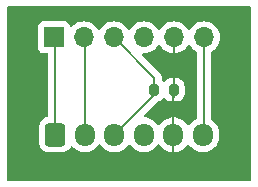
<source format=gbr>
%TF.GenerationSoftware,KiCad,Pcbnew,8.0.3*%
%TF.CreationDate,2024-10-29T19:57:56-07:00*%
%TF.ProjectId,MicPCB,4d696350-4342-42e6-9b69-6361645f7063,rev?*%
%TF.SameCoordinates,Original*%
%TF.FileFunction,Copper,L1,Top*%
%TF.FilePolarity,Positive*%
%FSLAX46Y46*%
G04 Gerber Fmt 4.6, Leading zero omitted, Abs format (unit mm)*
G04 Created by KiCad (PCBNEW 8.0.3) date 2024-10-29 19:57:56*
%MOMM*%
%LPD*%
G01*
G04 APERTURE LIST*
G04 Aperture macros list*
%AMRoundRect*
0 Rectangle with rounded corners*
0 $1 Rounding radius*
0 $2 $3 $4 $5 $6 $7 $8 $9 X,Y pos of 4 corners*
0 Add a 4 corners polygon primitive as box body*
4,1,4,$2,$3,$4,$5,$6,$7,$8,$9,$2,$3,0*
0 Add four circle primitives for the rounded corners*
1,1,$1+$1,$2,$3*
1,1,$1+$1,$4,$5*
1,1,$1+$1,$6,$7*
1,1,$1+$1,$8,$9*
0 Add four rect primitives between the rounded corners*
20,1,$1+$1,$2,$3,$4,$5,0*
20,1,$1+$1,$4,$5,$6,$7,0*
20,1,$1+$1,$6,$7,$8,$9,0*
20,1,$1+$1,$8,$9,$2,$3,0*%
G04 Aperture macros list end*
%TA.AperFunction,SMDPad,CuDef*%
%ADD10RoundRect,0.200000X-0.200000X-0.275000X0.200000X-0.275000X0.200000X0.275000X-0.200000X0.275000X0*%
%TD*%
%TA.AperFunction,ComponentPad*%
%ADD11RoundRect,0.250000X-0.600000X-0.725000X0.600000X-0.725000X0.600000X0.725000X-0.600000X0.725000X0*%
%TD*%
%TA.AperFunction,ComponentPad*%
%ADD12O,1.700000X1.950000*%
%TD*%
%TA.AperFunction,ComponentPad*%
%ADD13R,1.700000X1.700000*%
%TD*%
%TA.AperFunction,ComponentPad*%
%ADD14O,1.700000X1.700000*%
%TD*%
%TA.AperFunction,ViaPad*%
%ADD15C,0.600000*%
%TD*%
%TA.AperFunction,Conductor*%
%ADD16C,0.200000*%
%TD*%
G04 APERTURE END LIST*
D10*
%TO.P,R2,1*%
%TO.N,/sd1*%
X167895000Y-95250000D03*
%TO.P,R2,2*%
%TO.N,GND1*%
X169545000Y-95250000D03*
%TD*%
D11*
%TO.P,J5,1,Pin_1*%
%TO.N,/sel1*%
X159505000Y-99060000D03*
D12*
%TO.P,J5,2,Pin_2*%
%TO.N,/lrcl1*%
X162005000Y-99060000D03*
%TO.P,J5,3,Pin_3*%
%TO.N,/sd1*%
X164505000Y-99060000D03*
%TO.P,J5,4,Pin_4*%
%TO.N,/bclk1*%
X167005000Y-99060000D03*
%TO.P,J5,5,Pin_5*%
%TO.N,GND1*%
X169505000Y-99060000D03*
%TO.P,J5,6,Pin_6*%
%TO.N,+3.3V1*%
X172005000Y-99060000D03*
%TD*%
D13*
%TO.P,J4,1,Pin_1*%
%TO.N,/sel1*%
X159385000Y-90805000D03*
D14*
%TO.P,J4,2,Pin_2*%
%TO.N,/lrcl1*%
X161925000Y-90805000D03*
%TO.P,J4,3,Pin_3*%
%TO.N,/sd1*%
X164465000Y-90805000D03*
%TO.P,J4,4,Pin_4*%
%TO.N,/bclk1*%
X167005000Y-90805000D03*
%TO.P,J4,5,Pin_5*%
%TO.N,GND1*%
X169545000Y-90805000D03*
%TO.P,J4,6,Pin_6*%
%TO.N,+3.3V1*%
X172085000Y-90805000D03*
%TD*%
D15*
%TO.N,GND1*%
X170815000Y-102070000D03*
%TD*%
D16*
%TO.N,GND1*%
X169545000Y-95885000D02*
X169505000Y-95925000D01*
X169545000Y-95250000D02*
X169545000Y-95885000D01*
%TO.N,+3.3V1*%
X172085000Y-90805000D02*
X172085000Y-98980000D01*
X172085000Y-98980000D02*
X172005000Y-99060000D01*
%TO.N,/sd1*%
X164465000Y-90805000D02*
X167895000Y-94235000D01*
X167895000Y-94235000D02*
X167895000Y-95250000D01*
%TO.N,GND1*%
X169505000Y-95290000D02*
X169545000Y-95250000D01*
X169505000Y-99060000D02*
X169505000Y-95290000D01*
X169505000Y-100760000D02*
X170815000Y-102070000D01*
X169505000Y-99060000D02*
X169505000Y-100760000D01*
%TO.N,/sel1*%
X159505000Y-99060000D02*
X159505000Y-90925000D01*
%TO.N,GND1*%
X169545000Y-95250000D02*
X169545000Y-90805000D01*
%TO.N,/lrcl1*%
X162005000Y-90885000D02*
X161925000Y-90805000D01*
%TO.N,/sel1*%
X159505000Y-90925000D02*
X159385000Y-90805000D01*
%TO.N,/sd1*%
X164505000Y-99060000D02*
X167895000Y-95670000D01*
%TO.N,/lrcl1*%
X162005000Y-99060000D02*
X162005000Y-90885000D01*
%TO.N,/sd1*%
X167895000Y-95670000D02*
X167895000Y-95250000D01*
%TD*%
%TA.AperFunction,Conductor*%
%TO.N,GND1*%
G36*
X168360160Y-91471110D02*
G01*
X168376879Y-91490405D01*
X168506890Y-91676078D01*
X168673917Y-91843105D01*
X168867421Y-91978600D01*
X169081507Y-92078429D01*
X169081516Y-92078433D01*
X169309673Y-92139567D01*
X169309684Y-92139569D01*
X169544998Y-92160157D01*
X169545002Y-92160157D01*
X169780315Y-92139569D01*
X169780326Y-92139567D01*
X170008483Y-92078433D01*
X170008492Y-92078429D01*
X170222578Y-91978600D01*
X170416082Y-91843105D01*
X170583105Y-91676082D01*
X170713119Y-91490405D01*
X170767696Y-91446781D01*
X170837195Y-91439588D01*
X170899549Y-91471110D01*
X170916269Y-91490405D01*
X171046505Y-91676401D01*
X171213599Y-91843495D01*
X171310384Y-91911265D01*
X171407165Y-91979032D01*
X171407167Y-91979033D01*
X171407170Y-91979035D01*
X171412898Y-91981706D01*
X171465339Y-92027872D01*
X171484500Y-92094090D01*
X171484500Y-97608518D01*
X171464815Y-97675557D01*
X171416796Y-97719002D01*
X171297182Y-97779949D01*
X171125213Y-97904890D01*
X170974894Y-98055209D01*
X170974890Y-98055214D01*
X170855008Y-98220218D01*
X170799678Y-98262884D01*
X170730065Y-98268863D01*
X170668270Y-98236257D01*
X170654372Y-98220218D01*
X170534727Y-98055540D01*
X170534723Y-98055535D01*
X170384464Y-97905276D01*
X170384459Y-97905272D01*
X170212557Y-97780379D01*
X170023217Y-97683904D01*
X169821129Y-97618242D01*
X169611246Y-97585000D01*
X169398754Y-97585000D01*
X169188872Y-97618242D01*
X169188869Y-97618242D01*
X168986782Y-97683904D01*
X168797442Y-97780379D01*
X168625540Y-97905272D01*
X168625535Y-97905276D01*
X168475276Y-98055535D01*
X168475272Y-98055540D01*
X168355627Y-98220218D01*
X168300297Y-98262884D01*
X168230684Y-98268863D01*
X168168889Y-98236257D01*
X168154991Y-98220218D01*
X168035109Y-98055214D01*
X168035105Y-98055209D01*
X167884786Y-97904890D01*
X167712820Y-97779951D01*
X167523414Y-97683444D01*
X167523413Y-97683443D01*
X167523412Y-97683443D01*
X167321243Y-97617754D01*
X167321241Y-97617753D01*
X167321240Y-97617753D01*
X167170504Y-97593879D01*
X167111287Y-97584500D01*
X167111286Y-97584500D01*
X167108596Y-97584074D01*
X167045461Y-97554145D01*
X167008530Y-97494833D01*
X167009528Y-97424971D01*
X167040311Y-97373922D01*
X168161835Y-96252398D01*
X168216416Y-96222595D01*
X168215931Y-96221038D01*
X168222194Y-96219086D01*
X168222196Y-96219086D01*
X168384606Y-96168478D01*
X168530185Y-96080472D01*
X168632673Y-95977983D01*
X168693994Y-95944499D01*
X168763685Y-95949483D01*
X168808034Y-95977984D01*
X168910122Y-96080072D01*
X169055604Y-96168019D01*
X169055603Y-96168019D01*
X169217894Y-96218590D01*
X169217893Y-96218590D01*
X169288427Y-96224999D01*
X169801581Y-96224999D01*
X169872102Y-96218591D01*
X169872107Y-96218590D01*
X170034396Y-96168018D01*
X170179877Y-96080072D01*
X170300072Y-95959877D01*
X170388019Y-95814395D01*
X170438590Y-95652106D01*
X170444999Y-95581572D01*
X170444999Y-94918417D01*
X170438591Y-94847897D01*
X170438590Y-94847892D01*
X170388018Y-94685603D01*
X170300072Y-94540122D01*
X170179877Y-94419927D01*
X170034395Y-94331980D01*
X170034396Y-94331980D01*
X169872105Y-94281409D01*
X169872106Y-94281409D01*
X169801572Y-94275000D01*
X169288417Y-94275000D01*
X169217897Y-94281408D01*
X169217892Y-94281409D01*
X169055603Y-94331981D01*
X168910122Y-94419927D01*
X168910121Y-94419928D01*
X168808035Y-94522015D01*
X168746712Y-94555500D01*
X168677020Y-94550516D01*
X168632673Y-94522015D01*
X168531819Y-94421161D01*
X168498334Y-94359838D01*
X168495500Y-94333480D01*
X168495500Y-94324060D01*
X168495501Y-94324047D01*
X168495501Y-94155944D01*
X168454576Y-94003214D01*
X168454573Y-94003209D01*
X168375524Y-93866290D01*
X168375518Y-93866282D01*
X166878667Y-92369431D01*
X166845182Y-92308108D01*
X166850166Y-92238416D01*
X166892038Y-92182483D01*
X166957502Y-92158066D01*
X166977144Y-92158221D01*
X167005000Y-92160659D01*
X167240408Y-92140063D01*
X167468663Y-92078903D01*
X167682830Y-91979035D01*
X167876401Y-91843495D01*
X168043495Y-91676401D01*
X168173730Y-91490405D01*
X168228307Y-91446781D01*
X168297805Y-91439587D01*
X168360160Y-91471110D01*
G37*
%TD.AperFunction*%
%TA.AperFunction,Conductor*%
G36*
X175972539Y-88150185D02*
G01*
X176018294Y-88202989D01*
X176029500Y-88254500D01*
X176029500Y-102880500D01*
X176009815Y-102947539D01*
X175957011Y-102993294D01*
X175905500Y-103004500D01*
X155564500Y-103004500D01*
X155497461Y-102984815D01*
X155451706Y-102932011D01*
X155440500Y-102880500D01*
X155440500Y-89907135D01*
X158034500Y-89907135D01*
X158034500Y-91702870D01*
X158034501Y-91702876D01*
X158040908Y-91762483D01*
X158091202Y-91897328D01*
X158091206Y-91897335D01*
X158177452Y-92012544D01*
X158177455Y-92012547D01*
X158292664Y-92098793D01*
X158292671Y-92098797D01*
X158315563Y-92107335D01*
X158427517Y-92149091D01*
X158487127Y-92155500D01*
X158780501Y-92155499D01*
X158847539Y-92175183D01*
X158893294Y-92227987D01*
X158904500Y-92279499D01*
X158904500Y-97467465D01*
X158884815Y-97534504D01*
X158832011Y-97580259D01*
X158793102Y-97590823D01*
X158752202Y-97595001D01*
X158752200Y-97595001D01*
X158585668Y-97650185D01*
X158585663Y-97650187D01*
X158436342Y-97742289D01*
X158312289Y-97866342D01*
X158220187Y-98015663D01*
X158220185Y-98015668D01*
X158215325Y-98030334D01*
X158165001Y-98182203D01*
X158165001Y-98182204D01*
X158165000Y-98182204D01*
X158154500Y-98284983D01*
X158154500Y-99835001D01*
X158154501Y-99835018D01*
X158165000Y-99937796D01*
X158165001Y-99937799D01*
X158210894Y-100076294D01*
X158220186Y-100104334D01*
X158312288Y-100253656D01*
X158436344Y-100377712D01*
X158585666Y-100469814D01*
X158752203Y-100524999D01*
X158854991Y-100535500D01*
X160155008Y-100535499D01*
X160257797Y-100524999D01*
X160424334Y-100469814D01*
X160573656Y-100377712D01*
X160697712Y-100253656D01*
X160789814Y-100104334D01*
X160789814Y-100104331D01*
X160793178Y-100098879D01*
X160845126Y-100052154D01*
X160914088Y-100040931D01*
X160978170Y-100068774D01*
X160986398Y-100076294D01*
X161125213Y-100215109D01*
X161297179Y-100340048D01*
X161297181Y-100340049D01*
X161297184Y-100340051D01*
X161486588Y-100436557D01*
X161688757Y-100502246D01*
X161898713Y-100535500D01*
X161898714Y-100535500D01*
X162111286Y-100535500D01*
X162111287Y-100535500D01*
X162321243Y-100502246D01*
X162523412Y-100436557D01*
X162712816Y-100340051D01*
X162734789Y-100324086D01*
X162884786Y-100215109D01*
X162884788Y-100215106D01*
X162884792Y-100215104D01*
X163035104Y-100064792D01*
X163154683Y-99900204D01*
X163210011Y-99857540D01*
X163279624Y-99851561D01*
X163341420Y-99884166D01*
X163355313Y-99900199D01*
X163457560Y-100040931D01*
X163474896Y-100064792D01*
X163625213Y-100215109D01*
X163797179Y-100340048D01*
X163797181Y-100340049D01*
X163797184Y-100340051D01*
X163986588Y-100436557D01*
X164188757Y-100502246D01*
X164398713Y-100535500D01*
X164398714Y-100535500D01*
X164611286Y-100535500D01*
X164611287Y-100535500D01*
X164821243Y-100502246D01*
X165023412Y-100436557D01*
X165212816Y-100340051D01*
X165234789Y-100324086D01*
X165384786Y-100215109D01*
X165384788Y-100215106D01*
X165384792Y-100215104D01*
X165535104Y-100064792D01*
X165654683Y-99900204D01*
X165710011Y-99857540D01*
X165779624Y-99851561D01*
X165841420Y-99884166D01*
X165855313Y-99900199D01*
X165957560Y-100040931D01*
X165974896Y-100064792D01*
X166125213Y-100215109D01*
X166297179Y-100340048D01*
X166297181Y-100340049D01*
X166297184Y-100340051D01*
X166486588Y-100436557D01*
X166688757Y-100502246D01*
X166898713Y-100535500D01*
X166898714Y-100535500D01*
X167111286Y-100535500D01*
X167111287Y-100535500D01*
X167321243Y-100502246D01*
X167523412Y-100436557D01*
X167712816Y-100340051D01*
X167734789Y-100324086D01*
X167884786Y-100215109D01*
X167884788Y-100215106D01*
X167884792Y-100215104D01*
X168035104Y-100064792D01*
X168154991Y-99899779D01*
X168210320Y-99857115D01*
X168279933Y-99851136D01*
X168341729Y-99883741D01*
X168355627Y-99899781D01*
X168475272Y-100064459D01*
X168475276Y-100064464D01*
X168625535Y-100214723D01*
X168625540Y-100214727D01*
X168797442Y-100339620D01*
X168986782Y-100436095D01*
X169188870Y-100501757D01*
X169398754Y-100535000D01*
X169611246Y-100535000D01*
X169821127Y-100501757D01*
X169821130Y-100501757D01*
X170023217Y-100436095D01*
X170212557Y-100339620D01*
X170384459Y-100214727D01*
X170384464Y-100214723D01*
X170534721Y-100064466D01*
X170654371Y-99899781D01*
X170709701Y-99857115D01*
X170779314Y-99851136D01*
X170841110Y-99883741D01*
X170855008Y-99899781D01*
X170974890Y-100064785D01*
X170974894Y-100064790D01*
X171125213Y-100215109D01*
X171297179Y-100340048D01*
X171297181Y-100340049D01*
X171297184Y-100340051D01*
X171486588Y-100436557D01*
X171688757Y-100502246D01*
X171898713Y-100535500D01*
X171898714Y-100535500D01*
X172111286Y-100535500D01*
X172111287Y-100535500D01*
X172321243Y-100502246D01*
X172523412Y-100436557D01*
X172712816Y-100340051D01*
X172734789Y-100324086D01*
X172884786Y-100215109D01*
X172884788Y-100215106D01*
X172884792Y-100215104D01*
X173035104Y-100064792D01*
X173035106Y-100064788D01*
X173035109Y-100064786D01*
X173160048Y-99892820D01*
X173160047Y-99892820D01*
X173160051Y-99892816D01*
X173256557Y-99703412D01*
X173322246Y-99501243D01*
X173355500Y-99291287D01*
X173355500Y-98828713D01*
X173322246Y-98618757D01*
X173256557Y-98416588D01*
X173160051Y-98227184D01*
X173160049Y-98227181D01*
X173160048Y-98227179D01*
X173035109Y-98055213D01*
X172884790Y-97904894D01*
X172884785Y-97904890D01*
X172736615Y-97797239D01*
X172693949Y-97741910D01*
X172685500Y-97696921D01*
X172685500Y-92094090D01*
X172705185Y-92027051D01*
X172757101Y-91981706D01*
X172762830Y-91979035D01*
X172956401Y-91843495D01*
X173123495Y-91676401D01*
X173259035Y-91482830D01*
X173358903Y-91268663D01*
X173420063Y-91040408D01*
X173440659Y-90805000D01*
X173420063Y-90569592D01*
X173358903Y-90341337D01*
X173259035Y-90127171D01*
X173253731Y-90119595D01*
X173123494Y-89933597D01*
X172956402Y-89766506D01*
X172956395Y-89766501D01*
X172762834Y-89630967D01*
X172762830Y-89630965D01*
X172762828Y-89630964D01*
X172548663Y-89531097D01*
X172548659Y-89531096D01*
X172548655Y-89531094D01*
X172320413Y-89469938D01*
X172320403Y-89469936D01*
X172085001Y-89449341D01*
X172084999Y-89449341D01*
X171849596Y-89469936D01*
X171849586Y-89469938D01*
X171621344Y-89531094D01*
X171621335Y-89531098D01*
X171407171Y-89630964D01*
X171407169Y-89630965D01*
X171213597Y-89766505D01*
X171046508Y-89933594D01*
X170916269Y-90119595D01*
X170861692Y-90163219D01*
X170792193Y-90170412D01*
X170729839Y-90138890D01*
X170713119Y-90119594D01*
X170583113Y-89933926D01*
X170583108Y-89933920D01*
X170416082Y-89766894D01*
X170222578Y-89631399D01*
X170008492Y-89531570D01*
X170008483Y-89531566D01*
X169780326Y-89470432D01*
X169780315Y-89470430D01*
X169545002Y-89449843D01*
X169544998Y-89449843D01*
X169309684Y-89470430D01*
X169309673Y-89470432D01*
X169081516Y-89531566D01*
X169081507Y-89531570D01*
X168867422Y-89631399D01*
X168867420Y-89631400D01*
X168673926Y-89766886D01*
X168673920Y-89766891D01*
X168506891Y-89933920D01*
X168506890Y-89933922D01*
X168376880Y-90119595D01*
X168322303Y-90163219D01*
X168252804Y-90170412D01*
X168190450Y-90138890D01*
X168173730Y-90119594D01*
X168043494Y-89933597D01*
X167876402Y-89766506D01*
X167876395Y-89766501D01*
X167682834Y-89630967D01*
X167682830Y-89630965D01*
X167682828Y-89630964D01*
X167468663Y-89531097D01*
X167468659Y-89531096D01*
X167468655Y-89531094D01*
X167240413Y-89469938D01*
X167240403Y-89469936D01*
X167005001Y-89449341D01*
X167004999Y-89449341D01*
X166769596Y-89469936D01*
X166769586Y-89469938D01*
X166541344Y-89531094D01*
X166541335Y-89531098D01*
X166327171Y-89630964D01*
X166327169Y-89630965D01*
X166133597Y-89766505D01*
X165966505Y-89933597D01*
X165836575Y-90119158D01*
X165781998Y-90162783D01*
X165712500Y-90169977D01*
X165650145Y-90138454D01*
X165633425Y-90119158D01*
X165503494Y-89933597D01*
X165336402Y-89766506D01*
X165336395Y-89766501D01*
X165142834Y-89630967D01*
X165142830Y-89630965D01*
X165142828Y-89630964D01*
X164928663Y-89531097D01*
X164928659Y-89531096D01*
X164928655Y-89531094D01*
X164700413Y-89469938D01*
X164700403Y-89469936D01*
X164465001Y-89449341D01*
X164464999Y-89449341D01*
X164229596Y-89469936D01*
X164229586Y-89469938D01*
X164001344Y-89531094D01*
X164001335Y-89531098D01*
X163787171Y-89630964D01*
X163787169Y-89630965D01*
X163593597Y-89766505D01*
X163426505Y-89933597D01*
X163296575Y-90119158D01*
X163241998Y-90162783D01*
X163172500Y-90169977D01*
X163110145Y-90138454D01*
X163093425Y-90119158D01*
X162963494Y-89933597D01*
X162796402Y-89766506D01*
X162796395Y-89766501D01*
X162602834Y-89630967D01*
X162602830Y-89630965D01*
X162602828Y-89630964D01*
X162388663Y-89531097D01*
X162388659Y-89531096D01*
X162388655Y-89531094D01*
X162160413Y-89469938D01*
X162160403Y-89469936D01*
X161925001Y-89449341D01*
X161924999Y-89449341D01*
X161689596Y-89469936D01*
X161689586Y-89469938D01*
X161461344Y-89531094D01*
X161461335Y-89531098D01*
X161247171Y-89630964D01*
X161247169Y-89630965D01*
X161053600Y-89766503D01*
X160931673Y-89888430D01*
X160870350Y-89921914D01*
X160800658Y-89916930D01*
X160744725Y-89875058D01*
X160727810Y-89844081D01*
X160678797Y-89712671D01*
X160678793Y-89712664D01*
X160592547Y-89597455D01*
X160592544Y-89597452D01*
X160477335Y-89511206D01*
X160477328Y-89511202D01*
X160342482Y-89460908D01*
X160342483Y-89460908D01*
X160282883Y-89454501D01*
X160282881Y-89454500D01*
X160282873Y-89454500D01*
X160282864Y-89454500D01*
X158487129Y-89454500D01*
X158487123Y-89454501D01*
X158427516Y-89460908D01*
X158292671Y-89511202D01*
X158292664Y-89511206D01*
X158177455Y-89597452D01*
X158177452Y-89597455D01*
X158091206Y-89712664D01*
X158091202Y-89712671D01*
X158040908Y-89847517D01*
X158034501Y-89907116D01*
X158034500Y-89907135D01*
X155440500Y-89907135D01*
X155440500Y-88254500D01*
X155460185Y-88187461D01*
X155512989Y-88141706D01*
X155564500Y-88130500D01*
X175905500Y-88130500D01*
X175972539Y-88150185D01*
G37*
%TD.AperFunction*%
%TD*%
M02*

</source>
